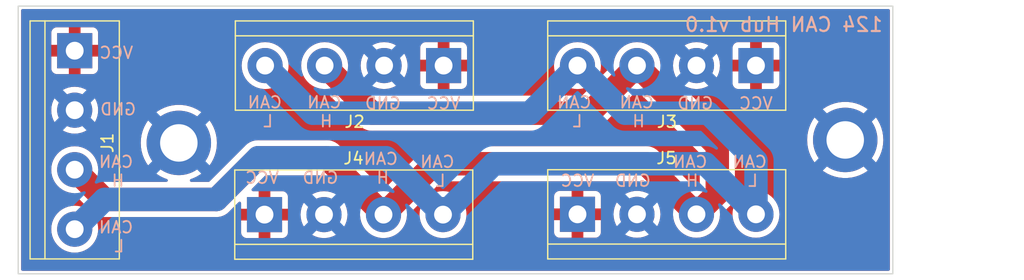
<source format=kicad_pcb>
(kicad_pcb (version 20221018) (generator pcbnew)
  (layers (0 "F.Cu" signal) (31 "B.Cu" signal) (34 "B.Paste" user) (35 "F.Paste" user) (36 "B.SilkS" user "B.Silkscreen") (37 "F.SilkS" user "F.Silkscreen") (38 "B.Mask" user) (39 "F.Mask" user) (44 "Edge.Cuts" user))
  (net 0 "")
  (net 1 "VCC")
  (net 2 "GND")
  (net 3 "CAN_H")
  (net 4 "CAN_L")
  (footprint "MountingHole:MountingHole_3.2mm_M3_ISO14580_Pad" (layer "F.Cu") (at 90.17 101.854)
    (fp_text reference "REF**" hide)
    (fp_text value "MountingHole_3.2mm_M3_ISO14580_Pad")
    (pad "1" thru_hole circle (at 0 0) (size 5.5 5.5) (drill 3.2) (layers "*.Cu" "*.Mask") (net 2 "GND"))
  )
  (footprint "TerminalBlock:TerminalBlock_bornier-4_P5.08mm" (layer "F.Cu") (at 139.446 95.25 180)
    (fp_text reference "J3" (at 7.6 -4.8) (layer "F.SilkS"))
    (fp_text value "P5.00")
    (fp_line (start -2.54 -3.81) (end -2.54 3.81) (stroke (width 0.12)) (layer "F.SilkS"))
    (fp_line (start -2.54 -3.81) (end 17.78 -3.81) (stroke (width 0.12)) (layer "F.SilkS"))
    (fp_line (start -2.54 3.81) (end 17.78 3.81) (stroke (width 0.12)) (layer "F.SilkS"))
    (fp_line (start 17.78 2.54) (end -2.54 2.54) (stroke (width 0.12)) (layer "F.SilkS"))
    (fp_line (start 17.78 3.81) (end 17.78 -3.81) (stroke (width 0.12)) (layer "F.SilkS"))
    (pad "1" thru_hole rect (at 0 0 180) (size 3 3) (drill 1.52) (layers "*.Cu" "*.Mask") (net 1 "VCC"))
    (pad "2" thru_hole circle (at 5.08 0 180) (size 3 3) (drill 1.52) (layers "*.Cu" "*.Mask") (net 2 "GND"))
    (pad "3" thru_hole circle (at 10.16 0 180) (size 3 3) (drill 1.52) (layers "*.Cu" "*.Mask") (net 3 "CAN_H"))
    (pad "4" thru_hole circle (at 15.24 0 180) (size 3 3) (drill 1.52) (layers "*.Cu" "*.Mask") (net 4 "CAN_L"))
  )
  (footprint "TerminalBlock:TerminalBlock_bornier-4_P5.08mm" (layer "F.Cu") (at 112.776 95.25 180)
    (fp_text reference "J2" (at 7.6 -4.8) (layer "F.SilkS"))
    (fp_text value "P5.00")
    (fp_line (start -2.54 -3.81) (end -2.54 3.81) (stroke (width 0.12)) (layer "F.SilkS"))
    (fp_line (start -2.54 -3.81) (end 17.78 -3.81) (stroke (width 0.12)) (layer "F.SilkS"))
    (fp_line (start -2.54 3.81) (end 17.78 3.81) (stroke (width 0.12)) (layer "F.SilkS"))
    (fp_line (start 17.78 2.54) (end -2.54 2.54) (stroke (width 0.12)) (layer "F.SilkS"))
    (fp_line (start 17.78 3.81) (end 17.78 -3.81) (stroke (width 0.12)) (layer "F.SilkS"))
    (pad "1" thru_hole rect (at 0 0 180) (size 3 3) (drill 1.52) (layers "*.Cu" "*.Mask") (net 1 "VCC"))
    (pad "2" thru_hole circle (at 5.08 0 180) (size 3 3) (drill 1.52) (layers "*.Cu" "*.Mask") (net 2 "GND"))
    (pad "3" thru_hole circle (at 10.16 0 180) (size 3 3) (drill 1.52) (layers "*.Cu" "*.Mask") (net 3 "CAN_H"))
    (pad "4" thru_hole circle (at 15.24 0 180) (size 3 3) (drill 1.52) (layers "*.Cu" "*.Mask") (net 4 "CAN_L"))
  )
  (footprint "TerminalBlock:TerminalBlock_bornier-4_P5.08mm" (layer "F.Cu") (at 124.206 107.95)
    (fp_text reference "J5" (at 7.6 -4.8) (layer "F.SilkS"))
    (fp_text value "P5.00")
    (fp_line (start -2.54 -3.81) (end -2.54 3.81) (stroke (width 0.12)) (layer "F.SilkS"))
    (fp_line (start -2.54 -3.81) (end 17.78 -3.81) (stroke (width 0.12)) (layer "F.SilkS"))
    (fp_line (start -2.54 3.81) (end 17.78 3.81) (stroke (width 0.12)) (layer "F.SilkS"))
    (fp_line (start 17.78 2.54) (end -2.54 2.54) (stroke (width 0.12)) (layer "F.SilkS"))
    (fp_line (start 17.78 3.81) (end 17.78 -3.81) (stroke (width 0.12)) (layer "F.SilkS"))
    (pad "1" thru_hole rect (at 0 0) (size 3 3) (drill 1.52) (layers "*.Cu" "*.Mask") (net 1 "VCC"))
    (pad "2" thru_hole circle (at 5.08 0) (size 3 3) (drill 1.52) (layers "*.Cu" "*.Mask") (net 2 "GND"))
    (pad "3" thru_hole circle (at 10.16 0) (size 3 3) (drill 1.52) (layers "*.Cu" "*.Mask") (net 3 "CAN_H"))
    (pad "4" thru_hole circle (at 15.24 0) (size 3 3) (drill 1.52) (layers "*.Cu" "*.Mask") (net 4 "CAN_L"))
  )
  (footprint "TerminalBlock:TerminalBlock_bornier-4_P5.08mm" (layer "F.Cu") (at 97.4852 107.9754)
    (fp_text reference "J4" (at 7.6 -4.8) (layer "F.SilkS"))
    (fp_text value "P5.00")
    (fp_line (start -2.54 -3.81) (end -2.54 3.81) (stroke (width 0.12)) (layer "F.SilkS"))
    (fp_line (start -2.54 -3.81) (end 17.78 -3.81) (stroke (width 0.12)) (layer "F.SilkS"))
    (fp_line (start -2.54 3.81) (end 17.78 3.81) (stroke (width 0.12)) (layer "F.SilkS"))
    (fp_line (start 17.78 2.54) (end -2.54 2.54) (stroke (width 0.12)) (layer "F.SilkS"))
    (fp_line (start 17.78 3.81) (end 17.78 -3.81) (stroke (width 0.12)) (layer "F.SilkS"))
    (pad "1" thru_hole rect (at 0 0) (size 3 3) (drill 1.52) (layers "*.Cu" "*.Mask") (net 1 "VCC"))
    (pad "2" thru_hole circle (at 5.08 0) (size 3 3) (drill 1.52) (layers "*.Cu" "*.Mask") (net 2 "GND"))
    (pad "3" thru_hole circle (at 10.16 0) (size 3 3) (drill 1.52) (layers "*.Cu" "*.Mask") (net 3 "CAN_H"))
    (pad "4" thru_hole circle (at 15.24 0) (size 3 3) (drill 1.52) (layers "*.Cu" "*.Mask") (net 4 "CAN_L"))
  )
  (footprint "MountingHole:MountingHole_3.2mm_M3_ISO14580_Pad" (layer "F.Cu") (at 147.066 101.6)
    (fp_text reference "REF**" hide)
    (fp_text value "MountingHole_3.2mm_M3_ISO14580_Pad")
    (pad "1" thru_hole circle (at 0 0) (size 5.5 5.5) (drill 3.2) (layers "*.Cu" "*.Mask") (net 2 "GND"))
  )
  (footprint "TerminalBlock:TerminalBlock_bornier-4_P5.08mm" (layer "F.Cu") (at 81.28 93.98 -90)
    (fp_text reference "J1" (at 7.874 -2.794 90) (layer "F.SilkS"))
    (fp_text value "P5.00")
    (fp_line (start -2.54 -3.81) (end -2.54 3.81) (stroke (width 0.12)) (layer "F.SilkS"))
    (fp_line (start -2.54 -3.81) (end 17.78 -3.81) (stroke (width 0.12)) (layer "F.SilkS"))
    (fp_line (start -2.54 3.81) (end 17.78 3.81) (stroke (width 0.12)) (layer "F.SilkS"))
    (fp_line (start 17.78 2.54) (end -2.54 2.54) (stroke (width 0.12)) (layer "F.SilkS"))
    (fp_line (start 17.78 3.81) (end 17.78 -3.81) (stroke (width 0.12)) (layer "F.SilkS"))
    (pad "1" thru_hole rect (at 0 0 270) (size 3 3) (drill 1.52) (layers "*.Cu" "*.Mask") (net 1 "VCC"))
    (pad "2" thru_hole circle (at 5.08 0 270) (size 3 3) (drill 1.52) (layers "*.Cu" "*.Mask") (net 2 "GND"))
    (pad "3" thru_hole circle (at 10.16 0 270) (size 3 3) (drill 1.52) (layers "*.Cu" "*.Mask") (net 3 "CAN_H"))
    (pad "4" thru_hole circle (at 15.24 0 270) (size 3 3) (drill 1.52) (layers "*.Cu" "*.Mask") (net 4 "CAN_L"))
  )
  (gr_rect (start 76.454 90.17) (end 151.13 113.03) (stroke (width 0.1)) (fill none) (layer "Edge.Cuts"))
  (gr_text "CAN\n L" (at 113.792 105.664) (layer "B.SilkS") (effects (font (size 1 1)) (justify left bottom mirror)))
  (gr_text "CAN\n H" (at 130.81 100.584) (layer "B.SilkS") (effects (font (size 1 1)) (justify left bottom mirror)))
  (gr_text "GND" (at 109.22 99.06) (layer "B.SilkS") (effects (font (size 1 1)) (justify left bottom mirror)))
  (gr_text "GND" (at 103.886 105.41) (layer "B.SilkS") (effects (font (size 1 1)) (justify left bottom mirror)))
  (gr_text "VCC" (at 114.3 99.06) (layer "B.SilkS") (effects (font (size 1 1)) (justify left bottom mirror)))
  (gr_text "CAN\n H" (at 108.966 105.41) (layer "B.SilkS") (effects (font (size 1 1)) (justify left bottom mirror)))
  (gr_text "GND" (at 135.89 99.06) (layer "B.SilkS") (effects (font (size 1 1)) (justify left bottom mirror)))
  (gr_text "CAN\n H" (at 86.36 105.664) (layer "B.SilkS") (effects (font (size 1 1)) (justify left bottom mirror)))
  (gr_text "124 CAN Hub v1.0" (at 150.368 92.456) (layer "B.SilkS") (effects (font (size 1.2 1.2) (thickness 0.1875)) (justify left bottom mirror)))
  (gr_text "GND" (at 130.556 105.664) (layer "B.SilkS") (effects (font (size 1 1)) (justify left bottom mirror)))
  (gr_text "CAN\n L" (at 140.462 105.664) (layer "B.SilkS") (effects (font (size 1 1)) (justify left bottom mirror)))
  (gr_text "CAN\n L" (at 125.476 100.584) (layer "B.SilkS") (effects (font (size 1 1)) (justify left bottom mirror)))
  (gr_text "CAN\n H" (at 135.382 105.664) (layer "B.SilkS") (effects (font (size 1 1)) (justify left bottom mirror)))
  (gr_text "CAN\n L" (at 86.36 111.252) (layer "B.SilkS") (effects (font (size 1 1)) (justify left bottom mirror)))
  (gr_text "CAN\n H" (at 104.14 100.584) (layer "B.SilkS") (effects (font (size 1 1)) (justify left bottom mirror)))
  (gr_text "VCC" (at 125.73 105.664) (layer "B.SilkS") (effects (font (size 1 1)) (justify left bottom mirror)))
  (gr_text "GND" (at 86.614 99.568) (layer "B.SilkS") (effects (font (size 1 1)) (justify left bottom mirror)))
  (gr_text "CAN\n L" (at 99.06 100.584) (layer "B.SilkS") (effects (font (size 1 1)) (justify left bottom mirror)))
  (gr_text "VCC" (at 86.36 94.742) (layer "B.SilkS") (effects (font (size 1 1)) (justify left bottom mirror)))
  (gr_text "VCC" (at 140.97 99.06) (layer "B.SilkS") (effects (font (size 1 1)) (justify left bottom mirror)))
  (gr_text "VCC" (at 98.806 105.41) (layer "B.SilkS") (effects (font (size 1 1)) (justify left bottom mirror)))
  (segment (start 129.286 95.25) (end 136.144 102.108) (width 2) (layer "F.Cu") (net 3))
  (segment (start 93.3806 106.68) (end 96.9366 103.124) (width 2) (layer "F.Cu") (net 3))
  (segment (start 136.144 102.108) (end 136.144 106.172) (width 2) (layer "F.Cu") (net 3))
  (segment (start 96.9366 103.124) (end 102.7938 103.124) (width 2) (layer "F.Cu") (net 3))
  (segment (start 83.82 106.68) (end 93.3806 106.68) (width 2) (layer "F.Cu") (net 3))
  (segment (start 106.68 99.314) (end 102.616 95.25) (width 2) (layer "F.Cu") (net 3))
  (segment (start 125.222 99.314) (end 106.68 99.314) (width 2) (layer "F.Cu") (net 3))
  (segment (start 129.286 95.25) (end 125.222 99.314) (width 2) (layer "F.Cu") (net 3))
  (segment (start 107.6452 107.9754) (end 111.9886 103.632) (width 2) (layer "F.Cu") (net 3))
  (segment (start 81.28 104.14) (end 83.82 106.68) (width 2) (layer "F.Cu") (net 3))
  (segment (start 111.9886 103.632) (end 130.048 103.632) (width 2) (layer "F.Cu") (net 3))
  (segment (start 136.144 106.172) (end 134.366 107.95) (width 2) (layer "F.Cu") (net 3))
  (segment (start 102.7938 103.124) (end 107.6452 107.9754) (width 2) (layer "F.Cu") (net 3))
  (segment (start 130.048 103.632) (end 134.366 107.95) (width 2) (layer "F.Cu") (net 3))
  (segment (start 135.382 99.314) (end 139.446 103.378) (width 2) (layer "B.Cu") (net 4))
  (segment (start 101.6 99.314) (end 97.536 95.25) (width 2) (layer "B.Cu") (net 4))
  (segment (start 117.0686 103.632) (end 135.128 103.632) (width 2) (layer "B.Cu") (net 4))
  (segment (start 81.28 109.22) (end 83.82 106.68) (width 2) (layer "B.Cu") (net 4))
  (segment (start 107.8738 103.124) (end 112.7252 107.9754) (width 2) (layer "B.Cu") (net 4))
  (segment (start 83.82 106.68) (end 93.3806 106.68) (width 2) (layer "B.Cu") (net 4))
  (segment (start 112.7252 107.9754) (end 117.0686 103.632) (width 2) (layer "B.Cu") (net 4))
  (segment (start 93.3806 106.68) (end 96.9366 103.124) (width 2) (layer "B.Cu") (net 4))
  (segment (start 120.142 99.314) (end 101.6 99.314) (width 2) (layer "B.Cu") (net 4))
  (segment (start 124.206 95.25) (end 128.27 99.314) (width 2) (layer "B.Cu") (net 4))
  (segment (start 139.446 103.378) (end 139.446 107.95) (width 2) (layer "B.Cu") (net 4))
  (segment (start 135.128 103.632) (end 139.446 107.95) (width 2) (layer "B.Cu") (net 4))
  (segment (start 128.27 99.314) (end 135.382 99.314) (width 2) (layer "B.Cu") (net 4))
  (segment (start 96.9366 103.124) (end 107.8738 103.124) (width 2) (layer "B.Cu") (net 4))
  (segment (start 124.206 95.25) (end 120.142 99.314) (width 2) (layer "B.Cu") (net 4))
  (zone (net 1) (net_name "VCC") (layer "F.Cu") (priority 1) (connect_pads (clearance 0.5)) (min_thickness 0.25) (fill yes (thermal_gap 0.5) (thermal_bridge_width 1))
    (polygon (pts (xy 76.708 90.424) (xy 76.708 112.776) (xy 150.876 112.776) (xy 150.876 90.424)))
  )
  (zone (net 2) (net_name "GND") (layer "B.Cu") (connect_pads (clearance 0.5)) (min_thickness 0.25) (fill yes (thermal_gap 0.5) (thermal_bridge_width 1))
    (polygon (pts (xy 76.708 90.424) (xy 76.708 112.776) (xy 150.876 112.776) (xy 150.876 90.424)))
  )
)
</source>
